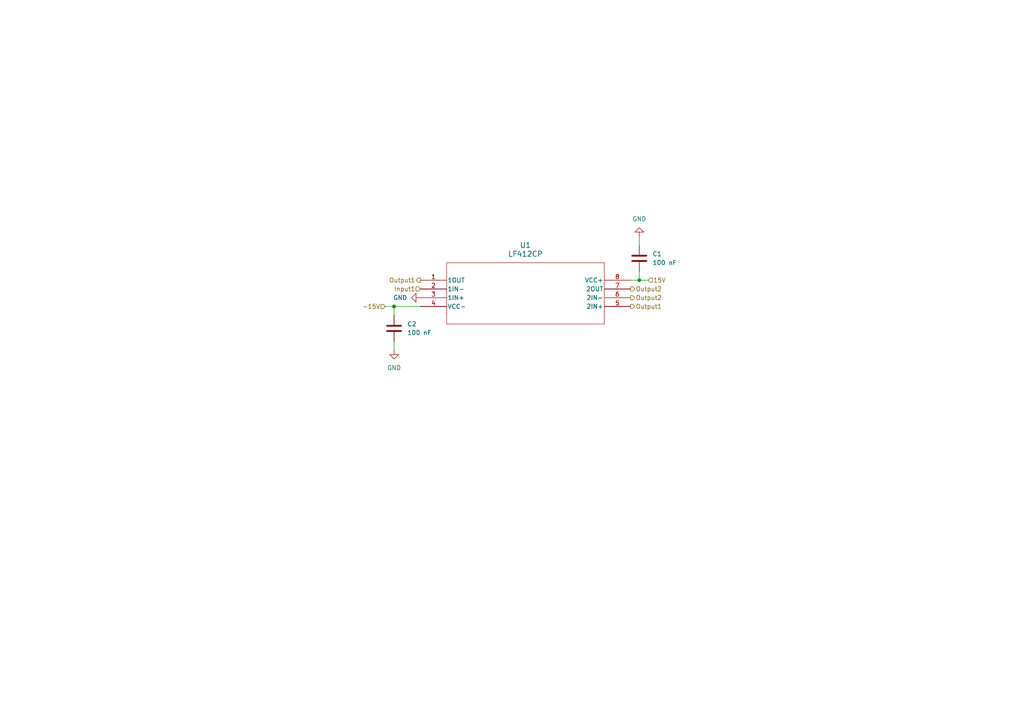
<source format=kicad_sch>
(kicad_sch (version 20250114) (generator "eeschema") (generator_version "9.0")
  (paper "A4")
  (lib_symbols
    (symbol "Device:C" (pin_numbers (hide yes)) (pin_names (offset 0.254))
      (property "Reference" "C" (at 0.635 2.54 0))
      (property "Value" "C" (at 0.635 -2.54 0))
      (symbol "C_0_1"
        (polyline (pts (xy -2.032 0.762) (xy 2.032 0.762)) (stroke (width 0.508)))
        (polyline (pts (xy -2.032 -0.762) (xy 2.032 -0.762)) (stroke (width 0.508)))
      )
      (symbol "C_1_1"
        (pin passive line (at 0 3.81 270) (length 2.794) (name "~") (number "1"))
        (pin passive line (at 0 -3.81 90) (length 2.794) (name "~") (number "2"))
      )
    )
    (symbol "LF412:LF412CP" (pin_names (offset 0.254))
      (property "Reference" "U" (at 30.48 10.16 0))
      (property "Value" "LF412CP" (at 30.48 7.62 0))
      (symbol "LF412CP_0_1"
        (polyline (pts (xy 7.62 5.08) (xy 7.62 -12.7)) (stroke (width 0.127)))
        (polyline (pts (xy 7.62 -12.7) (xy 53.34 -12.7)) (stroke (width 0.127)))
        (polyline (pts (xy 53.34 5.08) (xy 7.62 5.08)) (stroke (width 0.127)))
        (polyline (pts (xy 53.34 -12.7) (xy 53.34 5.08)) (stroke (width 0.127)))
        (pin output line (at 0 0 0) (length 7.62) (name "1OUT") (number "1"))
        (pin input line (at 0 -2.54 0) (length 7.62) (name "1IN-") (number "2"))
        (pin input line (at 0 -5.08 0) (length 7.62) (name "1IN+") (number "3"))
        (pin unspecified line (at 0 -7.62 0) (length 7.62) (name "VCC-") (number "4"))
        (pin unspecified line (at 60.96 0 180) (length 7.62) (name "VCC+") (number "8"))
        (pin output line (at 60.96 -2.54 180) (length 7.62) (name "2OUT") (number "7"))
        (pin input line (at 60.96 -5.08 180) (length 7.62) (name "2IN-") (number "6"))
        (pin input line (at 60.96 -7.62 180) (length 7.62) (name "2IN+") (number "5"))
      )
    )
    (symbol "power:GND" (power) (pin_numbers (hide yes)) (pin_names (offset 0) (hide yes))
      (property "Value" "GND" (at 0 -3.81 0))
      (symbol "GND_0_1"
        (polyline (pts (xy 0 0) (xy 0 -1.27) (xy 1.27 -1.27) (xy 0 -2.54) (xy -1.27 -1.27) (xy 0 -1.27)))
      )
      (symbol "GND_1_1"
        (pin power_in line (at 0 0 270) (length 0) (name "~") (number "1"))
      )
    )
  )
  (junction (at 185.42 81.28))
  (junction (at 114.3 88.9))
  (wire (pts (xy 114.3 88.9) (xy 114.3 91.44)))
  (wire (pts (xy 182.88 81.28) (xy 185.42 81.28)))
  (wire (pts (xy 114.3 99.06) (xy 114.3 101.6)))
  (wire (pts (xy 114.3 88.9) (xy 121.92 88.9)))
  (wire (pts (xy 111.76 88.9) (xy 114.3 88.9)))
  (wire (pts (xy 185.42 81.28) (xy 187.96 81.28)))
  (wire (pts (xy 185.42 78.74) (xy 185.42 81.28)))
  (wire (pts (xy 185.42 68.58) (xy 185.42 71.12)))
  (hierarchical_label "Output1" (shape output) (at 121.92 81.28 180))
  (hierarchical_label "-15V" (shape input) (at 111.76 88.9 180))
  (hierarchical_label "15V" (shape input) (at 187.96 81.28 0))
  (hierarchical_label "Input1" (shape input) (at 121.92 83.82 180))
  (hierarchical_label "Output1" (shape output) (at 182.88 88.9 0))
  (hierarchical_label "Output2" (shape output) (at 182.88 83.82 0))
  (hierarchical_label "Output2" (shape output) (at 182.88 86.36 0))
  (symbol (lib_id "power:GND") (at 185.42 68.58 180) (unit 1)
    (property "Reference" "#PWR01" (effects (hide yes)))
    (property "Value" "GND" (at 185.42 63.5 0))
    (property "Description" "Power symbol creates a global label with name \"GND\" , ground" (effects (hide yes)))
  )
  (symbol (lib_id "power:GND") (at 121.92 86.36 270) (unit 1)
    (property "Reference" "#PWR07" (effects (hide yes)))
    (property "Value" "GND" (at 118.11 86.3599 90) (effects (justify right)))
    (property "Description" "Power symbol creates a global label with name \"GND\" , ground" (effects (hide yes)))
  )
  (symbol (lib_id "Device:C") (at 185.42 74.93 0) (unit 1)
    (property "Reference" "C1" (at 189.23 73.6599 0) (effects (justify left)))
    (property "Value" "100 nF" (at 189.23 76.1999 0) (effects (justify left)))
    (property "Description" "Unpolarized capacitor" (effects (hide yes)))
  )
  (symbol (lib_id "LF412:LF412CP") (at 121.92 81.28 0) (unit 1)
    (property "Reference" "U1" (at 152.4 71.12 0) (effects (font (size 1.524 1.524))))
    (property "Value" "LF412CP" (at 152.4 73.66 0) (effects (font (size 1.524 1.524))))
    (property "Footprint" "P8" (effects (hide yes)))
    (property "Datasheet" "https://www.ti.com/lit/gpn/lf412" (effects (hide yes)))
  )
  (symbol (lib_id "Device:C") (at 114.3 95.25 0) (unit 1)
    (property "Reference" "C2" (at 118.11 93.9799 0) (effects (justify left)))
    (property "Value" "100 nF" (at 118.11 96.5199 0) (effects (justify left)))
    (property "Description" "Unpolarized capacitor" (effects (hide yes)))
  )
  (symbol (lib_id "power:GND") (at 114.3 101.6 0) (unit 1)
    (property "Reference" "#PWR02" (effects (hide yes)))
    (property "Value" "GND" (at 114.3 106.68 0))
    (property "Description" "Power symbol creates a global label with name \"GND\" , ground" (effects (hide yes)))
  )
)
</source>
